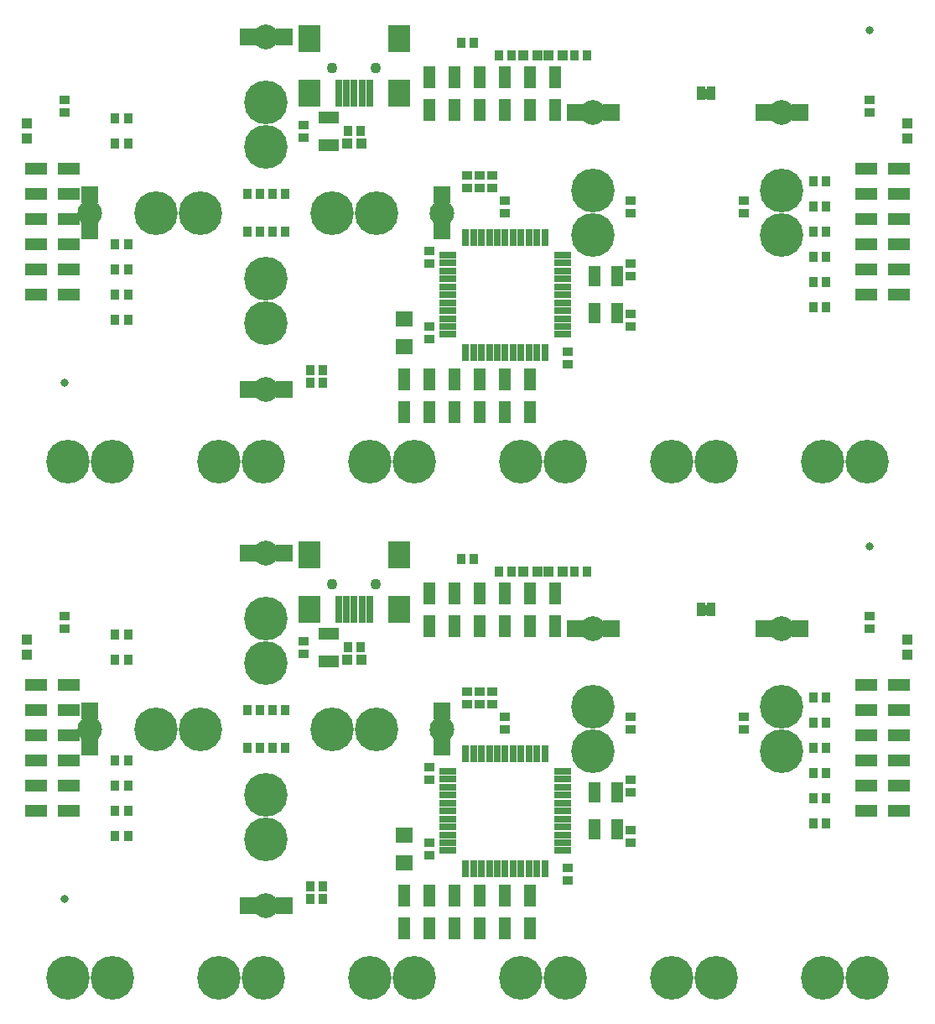
<source format=gbs>
G75*
G70*
%OFA0B0*%
%FSLAX24Y24*%
%IPPOS*%
%LPD*%
%AMOC8*
5,1,8,0,0,1.08239X$1,22.5*
%
%ADD10C,0.0100*%
%ADD11R,0.0356X0.0434*%
%ADD12R,0.0434X0.0356*%
%ADD13R,0.0513X0.0828*%
%ADD14R,0.0277X0.1064*%
%ADD15R,0.0867X0.1064*%
%ADD16C,0.0434*%
%ADD17R,0.0710X0.0631*%
%ADD18R,0.0395X0.0395*%
%ADD19R,0.0277X0.0671*%
%ADD20R,0.0671X0.0277*%
%ADD21C,0.1730*%
%ADD22R,0.0671X0.0710*%
%ADD23C,0.0986*%
%ADD24R,0.0710X0.0671*%
%ADD25R,0.0789X0.0474*%
%ADD26R,0.0330X0.0580*%
%ADD27R,0.0474X0.0867*%
%ADD28C,0.0330*%
%ADD29R,0.0867X0.0474*%
D10*
X029690Y015990D02*
X029990Y015990D01*
X029990Y016290D01*
X029690Y016290D01*
X029690Y015990D01*
X029690Y015999D02*
X029990Y015999D01*
X029990Y016097D02*
X029690Y016097D01*
X029690Y016196D02*
X029990Y016196D01*
X029990Y036490D02*
X029690Y036490D01*
X029690Y036790D01*
X029990Y036790D01*
X029990Y036490D01*
X029990Y036585D02*
X029690Y036585D01*
X029690Y036684D02*
X029990Y036684D01*
X029990Y036782D02*
X029690Y036782D01*
D11*
X025096Y038140D03*
X024584Y038140D03*
X022096Y038140D03*
X021584Y038140D03*
X020596Y038640D03*
X020084Y038640D03*
X016096Y035140D03*
X015584Y035140D03*
X013096Y032640D03*
X012584Y032640D03*
X012096Y032640D03*
X011584Y032640D03*
X011584Y031140D03*
X012096Y031140D03*
X012584Y031140D03*
X013096Y031140D03*
X014084Y025640D03*
X014084Y025140D03*
X014596Y025140D03*
X014596Y025640D03*
X020084Y018140D03*
X020596Y018140D03*
X021584Y017640D03*
X022096Y017640D03*
X024584Y017640D03*
X025096Y017640D03*
X016096Y014640D03*
X015584Y014640D03*
X013096Y012140D03*
X012584Y012140D03*
X012096Y012140D03*
X011584Y012140D03*
X011584Y010640D03*
X012096Y010640D03*
X012584Y010640D03*
X013096Y010640D03*
X014084Y005140D03*
X014084Y004640D03*
X014596Y004640D03*
X014596Y005140D03*
X006846Y007140D03*
X006334Y007140D03*
X006334Y008140D03*
X006846Y008140D03*
X006846Y009140D03*
X006334Y009140D03*
X006334Y010140D03*
X006846Y010140D03*
X006846Y014140D03*
X006334Y014140D03*
X006334Y015140D03*
X006846Y015140D03*
X006846Y027640D03*
X006334Y027640D03*
X006334Y028640D03*
X006846Y028640D03*
X006846Y029640D03*
X006334Y029640D03*
X006334Y030640D03*
X006846Y030640D03*
X006846Y034640D03*
X006334Y034640D03*
X006334Y035640D03*
X006846Y035640D03*
X034084Y033140D03*
X034596Y033140D03*
X034596Y032140D03*
X034084Y032140D03*
X034084Y031140D03*
X034596Y031140D03*
X034596Y030140D03*
X034084Y030140D03*
X034084Y029140D03*
X034596Y029140D03*
X034596Y028140D03*
X034084Y028140D03*
X034084Y012640D03*
X034596Y012640D03*
X034596Y011640D03*
X034084Y011640D03*
X034084Y010640D03*
X034596Y010640D03*
X034596Y009640D03*
X034084Y009640D03*
X034084Y008640D03*
X034596Y008640D03*
X034596Y007640D03*
X034084Y007640D03*
D12*
X031340Y011384D03*
X031340Y011896D03*
X026840Y011896D03*
X026840Y011384D03*
X026840Y009396D03*
X026840Y008884D03*
X026840Y007396D03*
X026840Y006884D03*
X024340Y005896D03*
X024340Y005384D03*
X018840Y006384D03*
X018840Y006896D03*
X018840Y009384D03*
X018840Y009896D03*
X020340Y012384D03*
X020840Y012384D03*
X021340Y012384D03*
X021840Y011896D03*
X021840Y011384D03*
X021340Y012896D03*
X020840Y012896D03*
X020340Y012896D03*
X013840Y014384D03*
X013840Y014896D03*
X004340Y015384D03*
X004340Y015896D03*
X018840Y026884D03*
X018840Y027396D03*
X018840Y029884D03*
X018840Y030396D03*
X020340Y032884D03*
X020840Y032884D03*
X021340Y032884D03*
X021840Y032396D03*
X021840Y031884D03*
X021340Y033396D03*
X020840Y033396D03*
X020340Y033396D03*
X026840Y032396D03*
X026840Y031884D03*
X026840Y029896D03*
X026840Y029384D03*
X026840Y027896D03*
X026840Y027384D03*
X024340Y026396D03*
X024340Y025884D03*
X031340Y031884D03*
X031340Y032396D03*
X036340Y035884D03*
X036340Y036396D03*
X036340Y015896D03*
X036340Y015384D03*
X013840Y034884D03*
X013840Y035396D03*
X004340Y035884D03*
X004340Y036396D03*
D13*
X025387Y029368D03*
X026293Y029368D03*
X026293Y027912D03*
X025387Y027912D03*
X025387Y008868D03*
X026293Y008868D03*
X026293Y007412D03*
X025387Y007412D03*
D14*
X016470Y016156D03*
X016155Y016156D03*
X015840Y016156D03*
X015525Y016156D03*
X015210Y016156D03*
X015210Y036656D03*
X015525Y036656D03*
X015840Y036656D03*
X016155Y036656D03*
X016470Y036656D03*
D15*
X017612Y036656D03*
X017612Y038821D03*
X014068Y038821D03*
X014068Y036656D03*
X014068Y018321D03*
X014068Y016156D03*
X017612Y016156D03*
X017612Y018321D03*
D16*
X016706Y017140D03*
X014974Y017140D03*
X014974Y037640D03*
X016706Y037640D03*
D17*
X017840Y027691D03*
X017840Y026589D03*
X017840Y007191D03*
X017840Y006089D03*
D18*
X016135Y014140D03*
X015545Y014140D03*
X022545Y017640D03*
X023135Y017640D03*
X023545Y017640D03*
X024135Y017640D03*
X037840Y014935D03*
X037840Y014345D03*
X037840Y034845D03*
X037840Y035435D03*
X024135Y038140D03*
X023545Y038140D03*
X023135Y038140D03*
X022545Y038140D03*
X016135Y034640D03*
X015545Y034640D03*
X002840Y034845D03*
X002840Y035435D03*
X002840Y014935D03*
X002840Y014345D03*
D19*
X020265Y010423D03*
X020580Y010423D03*
X020895Y010423D03*
X021210Y010423D03*
X021525Y010423D03*
X021840Y010423D03*
X022155Y010423D03*
X022470Y010423D03*
X022785Y010423D03*
X023100Y010423D03*
X023415Y010423D03*
X023415Y005857D03*
X023100Y005857D03*
X022785Y005857D03*
X022470Y005857D03*
X022155Y005857D03*
X021840Y005857D03*
X021525Y005857D03*
X021210Y005857D03*
X020895Y005857D03*
X020580Y005857D03*
X020265Y005857D03*
X020265Y026357D03*
X020580Y026357D03*
X020895Y026357D03*
X021210Y026357D03*
X021525Y026357D03*
X021840Y026357D03*
X022155Y026357D03*
X022470Y026357D03*
X022785Y026357D03*
X023100Y026357D03*
X023415Y026357D03*
X023415Y030923D03*
X023100Y030923D03*
X022785Y030923D03*
X022470Y030923D03*
X022155Y030923D03*
X021840Y030923D03*
X021525Y030923D03*
X021210Y030923D03*
X020895Y030923D03*
X020580Y030923D03*
X020265Y030923D03*
D20*
X019557Y030215D03*
X019557Y029900D03*
X019557Y029585D03*
X019557Y029270D03*
X019557Y028955D03*
X019557Y028640D03*
X019557Y028325D03*
X019557Y028010D03*
X019557Y027695D03*
X019557Y027380D03*
X019557Y027065D03*
X024123Y027065D03*
X024123Y027380D03*
X024123Y027695D03*
X024123Y028010D03*
X024123Y028325D03*
X024123Y028640D03*
X024123Y028955D03*
X024123Y029270D03*
X024123Y029585D03*
X024123Y029900D03*
X024123Y030215D03*
X024123Y009715D03*
X024123Y009400D03*
X024123Y009085D03*
X024123Y008770D03*
X024123Y008455D03*
X024123Y008140D03*
X024123Y007825D03*
X024123Y007510D03*
X024123Y007195D03*
X024123Y006880D03*
X024123Y006565D03*
X019557Y006565D03*
X019557Y006880D03*
X019557Y007195D03*
X019557Y007510D03*
X019557Y007825D03*
X019557Y008140D03*
X019557Y008455D03*
X019557Y008770D03*
X019557Y009085D03*
X019557Y009400D03*
X019557Y009715D03*
D21*
X004465Y001515D03*
X006215Y001515D03*
X010465Y001515D03*
X012215Y001515D03*
X016465Y001515D03*
X018215Y001515D03*
X022465Y001515D03*
X024215Y001515D03*
X028465Y001515D03*
X030215Y001515D03*
X034465Y001515D03*
X036215Y001515D03*
X032840Y010515D03*
X032840Y012265D03*
X025340Y012265D03*
X025340Y010515D03*
X016715Y011390D03*
X014965Y011390D03*
X012340Y014015D03*
X012340Y015765D03*
X009715Y011390D03*
X007965Y011390D03*
X012340Y008765D03*
X012340Y007015D03*
X012215Y022015D03*
X010465Y022015D03*
X006215Y022015D03*
X004465Y022015D03*
X012340Y027515D03*
X012340Y029265D03*
X009715Y031890D03*
X007965Y031890D03*
X012340Y034515D03*
X012340Y036265D03*
X014965Y031890D03*
X016715Y031890D03*
X025340Y031015D03*
X025340Y032765D03*
X032840Y032765D03*
X032840Y031015D03*
X034465Y022015D03*
X036215Y022015D03*
X030215Y022015D03*
X028465Y022015D03*
X024215Y022015D03*
X022465Y022015D03*
X018215Y022015D03*
X016465Y022015D03*
D22*
X013049Y024890D03*
X011631Y024890D03*
X011631Y018390D03*
X013049Y018390D03*
X024631Y015390D03*
X026049Y015390D03*
X032131Y015390D03*
X033549Y015390D03*
X013049Y004390D03*
X011631Y004390D03*
X024631Y035890D03*
X026049Y035890D03*
X032131Y035890D03*
X033549Y035890D03*
X013049Y038890D03*
X011631Y038890D03*
D23*
X012340Y038890D03*
X005340Y031890D03*
X012340Y024890D03*
X012340Y018390D03*
X005340Y011390D03*
X012340Y004390D03*
X019340Y011390D03*
X025340Y015390D03*
X032840Y015390D03*
X019340Y031890D03*
X025340Y035890D03*
X032840Y035890D03*
D24*
X019340Y032599D03*
X019340Y031181D03*
X005340Y031181D03*
X005340Y032599D03*
X005340Y012099D03*
X005340Y010681D03*
X019340Y010681D03*
X019340Y012099D03*
D25*
X014840Y014089D03*
X014840Y015191D03*
X014840Y034589D03*
X014840Y035691D03*
D26*
X029640Y036640D03*
X030040Y036640D03*
X030040Y016140D03*
X029640Y016140D03*
D27*
X023840Y015490D03*
X022840Y015490D03*
X021840Y015490D03*
X020840Y015490D03*
X019840Y015490D03*
X018840Y015490D03*
X018840Y016790D03*
X019840Y016790D03*
X020840Y016790D03*
X021840Y016790D03*
X022840Y016790D03*
X023840Y016790D03*
X022840Y023990D03*
X021840Y023990D03*
X020840Y023990D03*
X019840Y023990D03*
X018840Y023990D03*
X017840Y023990D03*
X017840Y025290D03*
X018840Y025290D03*
X019840Y025290D03*
X020840Y025290D03*
X021840Y025290D03*
X022840Y025290D03*
X022840Y035990D03*
X023840Y035990D03*
X023840Y037290D03*
X022840Y037290D03*
X021840Y037290D03*
X020840Y037290D03*
X019840Y037290D03*
X018840Y037290D03*
X018840Y035990D03*
X019840Y035990D03*
X020840Y035990D03*
X021840Y035990D03*
X021840Y004790D03*
X020840Y004790D03*
X019840Y004790D03*
X018840Y004790D03*
X017840Y004790D03*
X017840Y003490D03*
X018840Y003490D03*
X019840Y003490D03*
X020840Y003490D03*
X021840Y003490D03*
X022840Y003490D03*
X022840Y004790D03*
D28*
X036340Y018640D03*
X036340Y039140D03*
X004340Y025140D03*
X004340Y004640D03*
D29*
X004490Y008140D03*
X004490Y009140D03*
X004490Y010140D03*
X004490Y011140D03*
X004490Y012140D03*
X004490Y013140D03*
X003190Y013140D03*
X003190Y012140D03*
X003190Y011140D03*
X003190Y010140D03*
X003190Y009140D03*
X003190Y008140D03*
X003190Y028640D03*
X003190Y029640D03*
X003190Y030640D03*
X003190Y031640D03*
X003190Y032640D03*
X003190Y033640D03*
X004490Y033640D03*
X004490Y032640D03*
X004490Y031640D03*
X004490Y030640D03*
X004490Y029640D03*
X004490Y028640D03*
X036190Y028640D03*
X036190Y029640D03*
X036190Y030640D03*
X036190Y031640D03*
X036190Y032640D03*
X036190Y033640D03*
X037490Y033640D03*
X037490Y032640D03*
X037490Y031640D03*
X037490Y030640D03*
X037490Y029640D03*
X037490Y028640D03*
X037490Y013140D03*
X037490Y012140D03*
X037490Y011140D03*
X037490Y010140D03*
X037490Y009140D03*
X037490Y008140D03*
X036190Y008140D03*
X036190Y009140D03*
X036190Y010140D03*
X036190Y011140D03*
X036190Y012140D03*
X036190Y013140D03*
M02*

</source>
